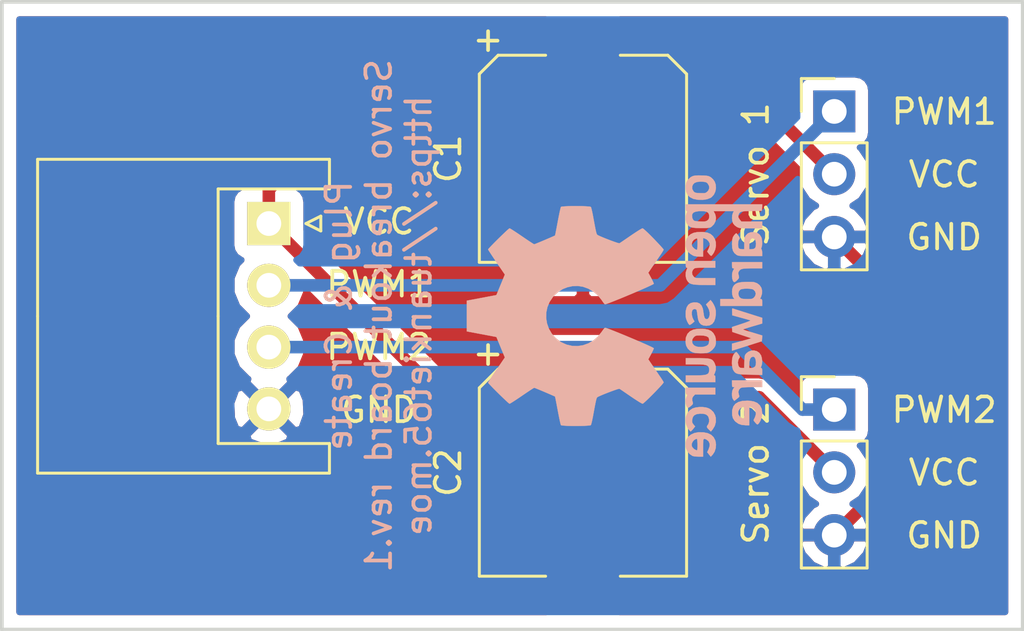
<source format=kicad_pcb>
(kicad_pcb (version 4) (host pcbnew 4.0.7)

  (general
    (links 10)
    (no_connects 0)
    (area 141.125 76.584999 182.955001 103.985)
    (thickness 1.6)
    (drawings 17)
    (tracks 26)
    (zones 0)
    (modules 6)
    (nets 5)
  )

  (page A4)
  (layers
    (0 F.Cu signal)
    (31 B.Cu signal)
    (32 B.Adhes user)
    (33 F.Adhes user)
    (34 B.Paste user)
    (35 F.Paste user)
    (36 B.SilkS user)
    (37 F.SilkS user)
    (38 B.Mask user)
    (39 F.Mask user)
    (40 Dwgs.User user)
    (41 Cmts.User user)
    (42 Eco1.User user)
    (43 Eco2.User user)
    (44 Edge.Cuts user)
    (45 Margin user)
    (46 B.CrtYd user)
    (47 F.CrtYd user)
    (48 B.Fab user)
    (49 F.Fab user hide)
  )

  (setup
    (last_trace_width 0.254)
    (user_trace_width 0.508)
    (trace_clearance 0.2)
    (zone_clearance 0.508)
    (zone_45_only no)
    (trace_min 0.2)
    (segment_width 0.2)
    (edge_width 0.15)
    (via_size 0.6)
    (via_drill 0.4)
    (via_min_size 0.4)
    (via_min_drill 0.3)
    (uvia_size 0.3)
    (uvia_drill 0.1)
    (uvias_allowed no)
    (uvia_min_size 0.2)
    (uvia_min_drill 0.1)
    (pcb_text_width 0.3)
    (pcb_text_size 1.5 1.5)
    (mod_edge_width 0.15)
    (mod_text_size 1 1)
    (mod_text_width 0.15)
    (pad_size 1.524 1.524)
    (pad_drill 0.762)
    (pad_to_mask_clearance 0.2)
    (aux_axis_origin 141.605 102.235)
    (visible_elements 7FFFFFFF)
    (pcbplotparams
      (layerselection 0x010fc_80000001)
      (usegerberextensions true)
      (excludeedgelayer true)
      (linewidth 0.100000)
      (plotframeref false)
      (viasonmask false)
      (mode 1)
      (useauxorigin true)
      (hpglpennumber 1)
      (hpglpenspeed 20)
      (hpglpendiameter 15)
      (hpglpenoverlay 2)
      (psnegative false)
      (psa4output false)
      (plotreference true)
      (plotvalue false)
      (plotinvisibletext false)
      (padsonsilk false)
      (subtractmaskfromsilk true)
      (outputformat 1)
      (mirror false)
      (drillshape 0)
      (scaleselection 1)
      (outputdirectory ../gerber/servo/))
  )

  (net 0 "")
  (net 1 +5V)
  (net 2 GND)
  (net 3 /PWM1)
  (net 4 /PWM2)

  (net_class Default "This is the default net class."
    (clearance 0.2)
    (trace_width 0.254)
    (via_dia 0.6)
    (via_drill 0.4)
    (uvia_dia 0.3)
    (uvia_drill 0.1)
    (add_net +5V)
    (add_net /PWM1)
    (add_net /PWM2)
    (add_net GND)
  )

  (module Connectors_JST:JST_XH_S04B-XH-A_04x2.50mm_Angled (layer F.Cu) (tedit 59DAD057) (tstamp 59DA5C8F)
    (at 152.4 85.805 270)
    (descr "JST XH series connector, S04B-XH-A, side entry type, through hole")
    (tags "connector jst xh tht side horizontal angled 2.50mm")
    (path /59DA793A)
    (fp_text reference J1 (at 3.75 -3.5 270) (layer F.SilkS) hide
      (effects (font (size 1 1) (thickness 0.15)))
    )
    (fp_text value Conn_01x04 (at 3.75 10.3 270) (layer F.Fab)
      (effects (font (size 1 1) (thickness 0.15)))
    )
    (fp_line (start -2.45 -2.3) (end -2.45 9.2) (layer F.Fab) (width 0.1))
    (fp_line (start -2.45 9.2) (end 9.95 9.2) (layer F.Fab) (width 0.1))
    (fp_line (start 9.95 9.2) (end 9.95 -2.3) (layer F.Fab) (width 0.1))
    (fp_line (start 9.95 -2.3) (end -2.45 -2.3) (layer F.Fab) (width 0.1))
    (fp_line (start -2.95 -2.8) (end -2.95 9.7) (layer F.CrtYd) (width 0.05))
    (fp_line (start -2.95 9.7) (end 10.45 9.7) (layer F.CrtYd) (width 0.05))
    (fp_line (start 10.45 9.7) (end 10.45 -2.8) (layer F.CrtYd) (width 0.05))
    (fp_line (start 10.45 -2.8) (end -2.95 -2.8) (layer F.CrtYd) (width 0.05))
    (fp_line (start 3.75 9.35) (end -2.6 9.35) (layer F.SilkS) (width 0.12))
    (fp_line (start -2.6 9.35) (end -2.6 -2.45) (layer F.SilkS) (width 0.12))
    (fp_line (start -2.6 -2.45) (end -1.4 -2.45) (layer F.SilkS) (width 0.12))
    (fp_line (start -1.4 -2.45) (end -1.4 2.05) (layer F.SilkS) (width 0.12))
    (fp_line (start -1.4 2.05) (end 3.75 2.05) (layer F.SilkS) (width 0.12))
    (fp_line (start 3.75 9.35) (end 10.1 9.35) (layer F.SilkS) (width 0.12))
    (fp_line (start 10.1 9.35) (end 10.1 -2.45) (layer F.SilkS) (width 0.12))
    (fp_line (start 10.1 -2.45) (end 8.9 -2.45) (layer F.SilkS) (width 0.12))
    (fp_line (start 8.9 -2.45) (end 8.9 2.05) (layer F.SilkS) (width 0.12))
    (fp_line (start 8.9 2.05) (end 3.75 2.05) (layer F.SilkS) (width 0.12))
    (fp_line (start -0.25 3.45) (end -0.25 8.7) (layer F.Fab) (width 0.1))
    (fp_line (start -0.25 8.7) (end 0.25 8.7) (layer F.Fab) (width 0.1))
    (fp_line (start 0.25 8.7) (end 0.25 3.45) (layer F.Fab) (width 0.1))
    (fp_line (start 0.25 3.45) (end -0.25 3.45) (layer F.Fab) (width 0.1))
    (fp_line (start 2.25 3.45) (end 2.25 8.7) (layer F.Fab) (width 0.1))
    (fp_line (start 2.25 8.7) (end 2.75 8.7) (layer F.Fab) (width 0.1))
    (fp_line (start 2.75 8.7) (end 2.75 3.45) (layer F.Fab) (width 0.1))
    (fp_line (start 2.75 3.45) (end 2.25 3.45) (layer F.Fab) (width 0.1))
    (fp_line (start 4.75 3.45) (end 4.75 8.7) (layer F.Fab) (width 0.1))
    (fp_line (start 4.75 8.7) (end 5.25 8.7) (layer F.Fab) (width 0.1))
    (fp_line (start 5.25 8.7) (end 5.25 3.45) (layer F.Fab) (width 0.1))
    (fp_line (start 5.25 3.45) (end 4.75 3.45) (layer F.Fab) (width 0.1))
    (fp_line (start 7.25 3.45) (end 7.25 8.7) (layer F.Fab) (width 0.1))
    (fp_line (start 7.25 8.7) (end 7.75 8.7) (layer F.Fab) (width 0.1))
    (fp_line (start 7.75 8.7) (end 7.75 3.45) (layer F.Fab) (width 0.1))
    (fp_line (start 7.75 3.45) (end 7.25 3.45) (layer F.Fab) (width 0.1))
    (fp_line (start 0 -1.5) (end -0.3 -2.1) (layer F.SilkS) (width 0.12))
    (fp_line (start -0.3 -2.1) (end 0.3 -2.1) (layer F.SilkS) (width 0.12))
    (fp_line (start 0.3 -2.1) (end 0 -1.5) (layer F.SilkS) (width 0.12))
    (fp_line (start 0 -1.5) (end -0.3 -2.1) (layer F.Fab) (width 0.1))
    (fp_line (start -0.3 -2.1) (end 0.3 -2.1) (layer F.Fab) (width 0.1))
    (fp_line (start 0.3 -2.1) (end 0 -1.5) (layer F.Fab) (width 0.1))
    (fp_text user %R (at 3.75 2.25 270) (layer F.Fab)
      (effects (font (size 1 1) (thickness 0.15)))
    )
    (pad 1 thru_hole rect (at 0 0 270) (size 1.75 1.75) (drill 1) (layers *.Cu *.Mask F.SilkS)
      (net 1 +5V))
    (pad 2 thru_hole circle (at 2.5 0 270) (size 1.75 1.75) (drill 1) (layers *.Cu *.Mask F.SilkS)
      (net 3 /PWM1))
    (pad 3 thru_hole circle (at 5 0 270) (size 1.75 1.75) (drill 1) (layers *.Cu *.Mask F.SilkS)
      (net 4 /PWM2))
    (pad 4 thru_hole circle (at 7.5 0 270) (size 1.75 1.75) (drill 1) (layers *.Cu *.Mask F.SilkS)
      (net 2 GND))
    (model Connectors_JST.3dshapes/JST_XH_S04B-XH-A_04x2.50mm_Angled.wrl
      (at (xyz 0 0 0))
      (scale (xyz 1 1 1))
      (rotate (xyz 0 0 0))
    )
  )

  (module Capacitors_SMD:CP_Elec_8x10.5 (layer F.Cu) (tedit 59E1069F) (tstamp 59DA5C81)
    (at 165.1 83.185 270)
    (descr "SMT capacitor, aluminium electrolytic, 8x10.5")
    (path /59DA79F3)
    (attr smd)
    (fp_text reference C1 (at 0 5.45 270) (layer F.SilkS)
      (effects (font (size 1 1) (thickness 0.15)))
    )
    (fp_text value 470u (at 0 -5.45 270) (layer F.Fab)
      (effects (font (size 1 1) (thickness 0.15)))
    )
    (fp_circle (center 0 0) (end 1.3 3.7) (layer F.Fab) (width 0.1))
    (fp_text user + (at -2.27 -0.08 270) (layer F.Fab)
      (effects (font (size 1 1) (thickness 0.15)))
    )
    (fp_text user + (at -4.78 3.91 270) (layer F.SilkS)
      (effects (font (size 1 1) (thickness 0.15)))
    )
    (fp_text user %R (at 0 5.45 270) (layer F.Fab)
      (effects (font (size 1 1) (thickness 0.15)))
    )
    (fp_line (start 4.04 4.04) (end 4.04 -4.04) (layer F.Fab) (width 0.1))
    (fp_line (start -3.37 4.04) (end 4.04 4.04) (layer F.Fab) (width 0.1))
    (fp_line (start -4.04 3.37) (end -3.37 4.04) (layer F.Fab) (width 0.1))
    (fp_line (start -4.04 -3.37) (end -4.04 3.37) (layer F.Fab) (width 0.1))
    (fp_line (start -3.37 -4.04) (end -4.04 -3.37) (layer F.Fab) (width 0.1))
    (fp_line (start 4.04 -4.04) (end -3.37 -4.04) (layer F.Fab) (width 0.1))
    (fp_line (start -4.19 3.43) (end -4.19 1.51) (layer F.SilkS) (width 0.12))
    (fp_line (start -4.19 -3.43) (end -4.19 -1.51) (layer F.SilkS) (width 0.12))
    (fp_line (start 4.19 4.19) (end 4.19 1.51) (layer F.SilkS) (width 0.12))
    (fp_line (start 4.19 -4.19) (end 4.19 -1.51) (layer F.SilkS) (width 0.12))
    (fp_line (start 4.19 4.19) (end -3.43 4.19) (layer F.SilkS) (width 0.12))
    (fp_line (start -3.43 4.19) (end -4.19 3.43) (layer F.SilkS) (width 0.12))
    (fp_line (start -4.19 -3.43) (end -3.43 -4.19) (layer F.SilkS) (width 0.12))
    (fp_line (start -3.43 -4.19) (end 4.19 -4.19) (layer F.SilkS) (width 0.12))
    (fp_line (start -5.3 -4.29) (end 5.3 -4.29) (layer F.CrtYd) (width 0.05))
    (fp_line (start -5.3 -4.29) (end -5.3 4.29) (layer F.CrtYd) (width 0.05))
    (fp_line (start 5.3 4.29) (end 5.3 -4.29) (layer F.CrtYd) (width 0.05))
    (fp_line (start 5.3 4.29) (end -5.3 4.29) (layer F.CrtYd) (width 0.05))
    (pad 1 smd rect (at -3.05 0 90) (size 4 2.5) (layers F.Cu F.Paste F.Mask)
      (net 1 +5V))
    (pad 2 smd rect (at 3.05 0 90) (size 4 2.5) (layers F.Cu F.Paste F.Mask)
      (net 2 GND))
    (model Capacitors_SMD.3dshapes/CP_Elec_8x10.5.wrl
      (at (xyz 0 0 0))
      (scale (xyz 1 1 1))
      (rotate (xyz 0 0 180))
    )
  )

  (module Capacitors_SMD:CP_Elec_8x10.5 (layer F.Cu) (tedit 59E106A1) (tstamp 59DA5C87)
    (at 165.1 95.885 270)
    (descr "SMT capacitor, aluminium electrolytic, 8x10.5")
    (path /59DA83C8)
    (attr smd)
    (fp_text reference C2 (at 0 5.45 270) (layer F.SilkS)
      (effects (font (size 1 1) (thickness 0.15)))
    )
    (fp_text value 470u (at 0 -5.45 270) (layer F.Fab)
      (effects (font (size 1 1) (thickness 0.15)))
    )
    (fp_circle (center 0 0) (end 1.3 3.7) (layer F.Fab) (width 0.1))
    (fp_text user + (at -2.27 -0.08 270) (layer F.Fab)
      (effects (font (size 1 1) (thickness 0.15)))
    )
    (fp_text user + (at -4.78 3.91 270) (layer F.SilkS)
      (effects (font (size 1 1) (thickness 0.15)))
    )
    (fp_text user %R (at 0 5.45 270) (layer F.Fab)
      (effects (font (size 1 1) (thickness 0.15)))
    )
    (fp_line (start 4.04 4.04) (end 4.04 -4.04) (layer F.Fab) (width 0.1))
    (fp_line (start -3.37 4.04) (end 4.04 4.04) (layer F.Fab) (width 0.1))
    (fp_line (start -4.04 3.37) (end -3.37 4.04) (layer F.Fab) (width 0.1))
    (fp_line (start -4.04 -3.37) (end -4.04 3.37) (layer F.Fab) (width 0.1))
    (fp_line (start -3.37 -4.04) (end -4.04 -3.37) (layer F.Fab) (width 0.1))
    (fp_line (start 4.04 -4.04) (end -3.37 -4.04) (layer F.Fab) (width 0.1))
    (fp_line (start -4.19 3.43) (end -4.19 1.51) (layer F.SilkS) (width 0.12))
    (fp_line (start -4.19 -3.43) (end -4.19 -1.51) (layer F.SilkS) (width 0.12))
    (fp_line (start 4.19 4.19) (end 4.19 1.51) (layer F.SilkS) (width 0.12))
    (fp_line (start 4.19 -4.19) (end 4.19 -1.51) (layer F.SilkS) (width 0.12))
    (fp_line (start 4.19 4.19) (end -3.43 4.19) (layer F.SilkS) (width 0.12))
    (fp_line (start -3.43 4.19) (end -4.19 3.43) (layer F.SilkS) (width 0.12))
    (fp_line (start -4.19 -3.43) (end -3.43 -4.19) (layer F.SilkS) (width 0.12))
    (fp_line (start -3.43 -4.19) (end 4.19 -4.19) (layer F.SilkS) (width 0.12))
    (fp_line (start -5.3 -4.29) (end 5.3 -4.29) (layer F.CrtYd) (width 0.05))
    (fp_line (start -5.3 -4.29) (end -5.3 4.29) (layer F.CrtYd) (width 0.05))
    (fp_line (start 5.3 4.29) (end 5.3 -4.29) (layer F.CrtYd) (width 0.05))
    (fp_line (start 5.3 4.29) (end -5.3 4.29) (layer F.CrtYd) (width 0.05))
    (pad 1 smd rect (at -3.05 0 90) (size 4 2.5) (layers F.Cu F.Paste F.Mask)
      (net 1 +5V))
    (pad 2 smd rect (at 3.05 0 90) (size 4 2.5) (layers F.Cu F.Paste F.Mask)
      (net 2 GND))
    (model Capacitors_SMD.3dshapes/CP_Elec_8x10.5.wrl
      (at (xyz 0 0 0))
      (scale (xyz 1 1 1))
      (rotate (xyz 0 0 180))
    )
  )

  (module Pin_Headers:Pin_Header_Straight_1x03_Pitch2.54mm (layer F.Cu) (tedit 59DAD0D3) (tstamp 59DA5C96)
    (at 175.26 81.268221)
    (descr "Through hole straight pin header, 1x03, 2.54mm pitch, single row")
    (tags "Through hole pin header THT 1x03 2.54mm single row")
    (path /59DA7AC4)
    (fp_text reference M1 (at 0 -2.33) (layer F.SilkS) hide
      (effects (font (size 1 1) (thickness 0.15)))
    )
    (fp_text value Servo1 (at 0 7.41) (layer F.Fab)
      (effects (font (size 1 1) (thickness 0.15)))
    )
    (fp_line (start -0.635 -1.27) (end 1.27 -1.27) (layer F.Fab) (width 0.1))
    (fp_line (start 1.27 -1.27) (end 1.27 6.35) (layer F.Fab) (width 0.1))
    (fp_line (start 1.27 6.35) (end -1.27 6.35) (layer F.Fab) (width 0.1))
    (fp_line (start -1.27 6.35) (end -1.27 -0.635) (layer F.Fab) (width 0.1))
    (fp_line (start -1.27 -0.635) (end -0.635 -1.27) (layer F.Fab) (width 0.1))
    (fp_line (start -1.33 6.41) (end 1.33 6.41) (layer F.SilkS) (width 0.12))
    (fp_line (start -1.33 1.27) (end -1.33 6.41) (layer F.SilkS) (width 0.12))
    (fp_line (start 1.33 1.27) (end 1.33 6.41) (layer F.SilkS) (width 0.12))
    (fp_line (start -1.33 1.27) (end 1.33 1.27) (layer F.SilkS) (width 0.12))
    (fp_line (start -1.33 0) (end -1.33 -1.33) (layer F.SilkS) (width 0.12))
    (fp_line (start -1.33 -1.33) (end 0 -1.33) (layer F.SilkS) (width 0.12))
    (fp_line (start -1.8 -1.8) (end -1.8 6.85) (layer F.CrtYd) (width 0.05))
    (fp_line (start -1.8 6.85) (end 1.8 6.85) (layer F.CrtYd) (width 0.05))
    (fp_line (start 1.8 6.85) (end 1.8 -1.8) (layer F.CrtYd) (width 0.05))
    (fp_line (start 1.8 -1.8) (end -1.8 -1.8) (layer F.CrtYd) (width 0.05))
    (fp_text user %R (at 0 2.54 90) (layer F.Fab)
      (effects (font (size 1 1) (thickness 0.15)))
    )
    (pad 1 thru_hole rect (at 0 0) (size 1.7 1.7) (drill 1) (layers *.Cu *.Mask)
      (net 3 /PWM1))
    (pad 2 thru_hole oval (at 0 2.54) (size 1.7 1.7) (drill 1) (layers *.Cu *.Mask)
      (net 1 +5V))
    (pad 3 thru_hole oval (at 0 5.08) (size 1.7 1.7) (drill 1) (layers *.Cu *.Mask)
      (net 2 GND))
    (model ${KISYS3DMOD}/Pin_Headers.3dshapes/Pin_Header_Straight_1x03_Pitch2.54mm.wrl
      (at (xyz 0 0 0))
      (scale (xyz 1 1 1))
      (rotate (xyz 0 0 0))
    )
  )

  (module Pin_Headers:Pin_Header_Straight_1x03_Pitch2.54mm (layer F.Cu) (tedit 59DAD0D8) (tstamp 59DA5C9D)
    (at 175.26 93.333221)
    (descr "Through hole straight pin header, 1x03, 2.54mm pitch, single row")
    (tags "Through hole pin header THT 1x03 2.54mm single row")
    (path /59DA8249)
    (fp_text reference M2 (at 0 -2.33) (layer F.SilkS) hide
      (effects (font (size 1 1) (thickness 0.15)))
    )
    (fp_text value Servo2 (at 0 7.41) (layer F.Fab)
      (effects (font (size 1 1) (thickness 0.15)))
    )
    (fp_line (start -0.635 -1.27) (end 1.27 -1.27) (layer F.Fab) (width 0.1))
    (fp_line (start 1.27 -1.27) (end 1.27 6.35) (layer F.Fab) (width 0.1))
    (fp_line (start 1.27 6.35) (end -1.27 6.35) (layer F.Fab) (width 0.1))
    (fp_line (start -1.27 6.35) (end -1.27 -0.635) (layer F.Fab) (width 0.1))
    (fp_line (start -1.27 -0.635) (end -0.635 -1.27) (layer F.Fab) (width 0.1))
    (fp_line (start -1.33 6.41) (end 1.33 6.41) (layer F.SilkS) (width 0.12))
    (fp_line (start -1.33 1.27) (end -1.33 6.41) (layer F.SilkS) (width 0.12))
    (fp_line (start 1.33 1.27) (end 1.33 6.41) (layer F.SilkS) (width 0.12))
    (fp_line (start -1.33 1.27) (end 1.33 1.27) (layer F.SilkS) (width 0.12))
    (fp_line (start -1.33 0) (end -1.33 -1.33) (layer F.SilkS) (width 0.12))
    (fp_line (start -1.33 -1.33) (end 0 -1.33) (layer F.SilkS) (width 0.12))
    (fp_line (start -1.8 -1.8) (end -1.8 6.85) (layer F.CrtYd) (width 0.05))
    (fp_line (start -1.8 6.85) (end 1.8 6.85) (layer F.CrtYd) (width 0.05))
    (fp_line (start 1.8 6.85) (end 1.8 -1.8) (layer F.CrtYd) (width 0.05))
    (fp_line (start 1.8 -1.8) (end -1.8 -1.8) (layer F.CrtYd) (width 0.05))
    (fp_text user %R (at 0 2.54 90) (layer F.Fab)
      (effects (font (size 1 1) (thickness 0.15)))
    )
    (pad 1 thru_hole rect (at 0 0) (size 1.7 1.7) (drill 1) (layers *.Cu *.Mask)
      (net 4 /PWM2))
    (pad 2 thru_hole oval (at 0 2.54) (size 1.7 1.7) (drill 1) (layers *.Cu *.Mask)
      (net 1 +5V))
    (pad 3 thru_hole oval (at 0 5.08) (size 1.7 1.7) (drill 1) (layers *.Cu *.Mask)
      (net 2 GND))
    (model ${KISYS3DMOD}/Pin_Headers.3dshapes/Pin_Header_Straight_1x03_Pitch2.54mm.wrl
      (at (xyz 0 0 0))
      (scale (xyz 1 1 1))
      (rotate (xyz 0 0 0))
    )
  )

  (module Symbols:OSHW-Logo_11.4x12mm_SilkScreen locked (layer B.Cu) (tedit 0) (tstamp 59DB3358)
    (at 166.37 89.535 270)
    (descr "Open Source Hardware Logo")
    (tags "Logo OSHW")
    (attr virtual)
    (fp_text reference REF*** (at 0 0 270) (layer B.SilkS) hide
      (effects (font (size 1 1) (thickness 0.15)) (justify mirror))
    )
    (fp_text value OSHW-Logo_11.4x12mm_SilkScreen (at 0.75 0 270) (layer B.Fab) hide
      (effects (font (size 1 1) (thickness 0.15)) (justify mirror))
    )
    (fp_poly (pts (xy -3.780091 -2.90956) (xy -3.727588 -2.935499) (xy -3.662842 -2.9807) (xy -3.615653 -3.029991)
      (xy -3.583335 -3.091885) (xy -3.563203 -3.174896) (xy -3.55257 -3.287538) (xy -3.548753 -3.438324)
      (xy -3.54853 -3.503149) (xy -3.549182 -3.645221) (xy -3.551888 -3.746757) (xy -3.557776 -3.817015)
      (xy -3.567973 -3.865256) (xy -3.583606 -3.900738) (xy -3.599872 -3.924943) (xy -3.703705 -4.027929)
      (xy -3.825979 -4.089874) (xy -3.957886 -4.108506) (xy -4.090616 -4.081549) (xy -4.132667 -4.062486)
      (xy -4.233334 -4.010015) (xy -4.233334 -4.832259) (xy -4.159865 -4.794267) (xy -4.063059 -4.764872)
      (xy -3.944072 -4.757342) (xy -3.825255 -4.771245) (xy -3.735527 -4.802476) (xy -3.661101 -4.861954)
      (xy -3.59751 -4.947066) (xy -3.592729 -4.955805) (xy -3.572563 -4.996966) (xy -3.557835 -5.038454)
      (xy -3.547697 -5.088713) (xy -3.541301 -5.156184) (xy -3.537799 -5.249309) (xy -3.536342 -5.376531)
      (xy -3.536079 -5.519701) (xy -3.536079 -5.976471) (xy -3.81 -5.976471) (xy -3.81 -5.134231)
      (xy -3.886617 -5.069763) (xy -3.966207 -5.018194) (xy -4.041578 -5.008818) (xy -4.117367 -5.032947)
      (xy -4.157759 -5.056574) (xy -4.187821 -5.090227) (xy -4.209203 -5.141087) (xy -4.22355 -5.216334)
      (xy -4.23251 -5.323146) (xy -4.23773 -5.468704) (xy -4.239569 -5.565588) (xy -4.245785 -5.96402)
      (xy -4.37652 -5.971547) (xy -4.507255 -5.979073) (xy -4.507255 -3.506582) (xy -4.233334 -3.506582)
      (xy -4.22635 -3.644423) (xy -4.202818 -3.740107) (xy -4.158865 -3.799641) (xy -4.090618 -3.829029)
      (xy -4.021667 -3.834902) (xy -3.943614 -3.828154) (xy -3.891811 -3.801594) (xy -3.859417 -3.766499)
      (xy -3.833916 -3.728752) (xy -3.818735 -3.6867) (xy -3.811981 -3.627779) (xy -3.811759 -3.539428)
      (xy -3.814032 -3.465448) (xy -3.819251 -3.354) (xy -3.827021 -3.280833) (xy -3.840105 -3.234422)
      (xy -3.861268 -3.203244) (xy -3.88124 -3.185223) (xy -3.964686 -3.145925) (xy -4.063449 -3.139579)
      (xy -4.120159 -3.153116) (xy -4.176308 -3.201233) (xy -4.213501 -3.294833) (xy -4.231528 -3.433254)
      (xy -4.233334 -3.506582) (xy -4.507255 -3.506582) (xy -4.507255 -2.888628) (xy -4.370295 -2.888628)
      (xy -4.288065 -2.891879) (xy -4.24564 -2.903426) (xy -4.233339 -2.925952) (xy -4.233334 -2.92662)
      (xy -4.227626 -2.948681) (xy -4.202453 -2.946176) (xy -4.152402 -2.921935) (xy -4.035781 -2.884851)
      (xy -3.904571 -2.880953) (xy -3.780091 -2.90956)) (layer B.SilkS) (width 0.01))
    (fp_poly (pts (xy -2.74128 -4.765922) (xy -2.62413 -4.79718) (xy -2.534949 -4.853837) (xy -2.472016 -4.928045)
      (xy -2.452452 -4.959716) (xy -2.438008 -4.992891) (xy -2.427911 -5.035329) (xy -2.421385 -5.094788)
      (xy -2.417658 -5.179029) (xy -2.415954 -5.29581) (xy -2.4155 -5.45289) (xy -2.415491 -5.494565)
      (xy -2.415491 -5.976471) (xy -2.53502 -5.976471) (xy -2.611261 -5.971131) (xy -2.667634 -5.957604)
      (xy -2.681758 -5.949262) (xy -2.72037 -5.934864) (xy -2.759808 -5.949262) (xy -2.824738 -5.967237)
      (xy -2.919055 -5.974472) (xy -3.023593 -5.971333) (xy -3.119189 -5.958186) (xy -3.175 -5.941318)
      (xy -3.283002 -5.871986) (xy -3.350497 -5.775772) (xy -3.380841 -5.647844) (xy -3.381123 -5.644559)
      (xy -3.37846 -5.587808) (xy -3.137647 -5.587808) (xy -3.116595 -5.652358) (xy -3.082303 -5.688686)
      (xy -3.013468 -5.716162) (xy -2.92261 -5.727129) (xy -2.829958 -5.721731) (xy -2.755744 -5.70011)
      (xy -2.734951 -5.686239) (xy -2.698619 -5.622143) (xy -2.689412 -5.549278) (xy -2.689412 -5.45353)
      (xy -2.827173 -5.45353) (xy -2.958047 -5.463605) (xy -3.057259 -5.492148) (xy -3.118977 -5.536639)
      (xy -3.137647 -5.587808) (xy -3.37846 -5.587808) (xy -3.374564 -5.50479) (xy -3.328466 -5.394282)
      (xy -3.2418 -5.310712) (xy -3.229821 -5.30311) (xy -3.178345 -5.278357) (xy -3.114632 -5.263368)
      (xy -3.025565 -5.256082) (xy -2.919755 -5.254407) (xy -2.689412 -5.254314) (xy -2.689412 -5.157755)
      (xy -2.699183 -5.082836) (xy -2.724116 -5.032644) (xy -2.727035 -5.029972) (xy -2.782519 -5.008015)
      (xy -2.866273 -4.999505) (xy -2.958833 -5.003687) (xy -3.04073 -5.019809) (xy -3.089327 -5.04399)
      (xy -3.115659 -5.063359) (xy -3.143465 -5.067057) (xy -3.181839 -5.051188) (xy -3.239875 -5.011855)
      (xy -3.326669 -4.945164) (xy -3.334635 -4.938916) (xy -3.330553 -4.9158) (xy -3.296499 -4.877352)
      (xy -3.24474 -4.834627) (xy -3.187545 -4.798679) (xy -3.169575 -4.790191) (xy -3.104028 -4.773252)
      (xy -3.00798 -4.76117) (xy -2.900671 -4.756323) (xy -2.895653 -4.756313) (xy -2.74128 -4.765922)) (layer B.SilkS) (width 0.01))
    (fp_poly (pts (xy -1.967236 -4.758921) (xy -1.92997 -4.770091) (xy -1.917957 -4.794633) (xy -1.917451 -4.805712)
      (xy -1.915296 -4.836572) (xy -1.900449 -4.841417) (xy -1.860343 -4.82026) (xy -1.83652 -4.805806)
      (xy -1.761362 -4.77485) (xy -1.671594 -4.759544) (xy -1.577471 -4.758367) (xy -1.489246 -4.769799)
      (xy -1.417174 -4.79232) (xy -1.371508 -4.824409) (xy -1.362502 -4.864545) (xy -1.367047 -4.875415)
      (xy -1.400179 -4.920534) (xy -1.451555 -4.976026) (xy -1.460848 -4.984996) (xy -1.509818 -5.026245)
      (xy -1.552069 -5.039572) (xy -1.611159 -5.030271) (xy -1.634831 -5.02409) (xy -1.708496 -5.009246)
      (xy -1.76029 -5.015921) (xy -1.804031 -5.039465) (xy -1.844098 -5.071061) (xy -1.873608 -5.110798)
      (xy -1.894116 -5.166252) (xy -1.907176 -5.245003) (xy -1.914344 -5.354629) (xy -1.917176 -5.502706)
      (xy -1.917451 -5.592111) (xy -1.917451 -5.976471) (xy -2.166471 -5.976471) (xy -2.166471 -4.756275)
      (xy -2.041961 -4.756275) (xy -1.967236 -4.758921)) (layer B.SilkS) (width 0.01))
    (fp_poly (pts (xy -0.398432 -5.976471) (xy -0.535393 -5.976471) (xy -0.614889 -5.97414) (xy -0.656292 -5.964488)
      (xy -0.671199 -5.943525) (xy -0.672353 -5.929351) (xy -0.674867 -5.900927) (xy -0.69072 -5.895475)
      (xy -0.732379 -5.912998) (xy -0.764776 -5.929351) (xy -0.889151 -5.968103) (xy -1.024354 -5.970346)
      (xy -1.134274 -5.941444) (xy -1.236634 -5.871619) (xy -1.31466 -5.768555) (xy -1.357386 -5.646989)
      (xy -1.358474 -5.640192) (xy -1.364822 -5.566032) (xy -1.367979 -5.45957) (xy -1.367725 -5.379052)
      (xy -1.095711 -5.379052) (xy -1.08941 -5.48607) (xy -1.075075 -5.574278) (xy -1.055669 -5.62409)
      (xy -0.982254 -5.692162) (xy -0.895086 -5.716564) (xy -0.805196 -5.696831) (xy -0.728383 -5.637968)
      (xy -0.699292 -5.598379) (xy -0.682283 -5.551138) (xy -0.674316 -5.482181) (xy -0.672353 -5.378607)
      (xy -0.675866 -5.276039) (xy -0.685143 -5.185921) (xy -0.698294 -5.125613) (xy -0.700486 -5.120208)
      (xy -0.753522 -5.05594) (xy -0.830933 -5.020656) (xy -0.917546 -5.014959) (xy -0.998193 -5.039453)
      (xy -1.057703 -5.094742) (xy -1.063876 -5.105743) (xy -1.083199 -5.172827) (xy -1.093726 -5.269284)
      (xy -1.095711 -5.379052) (xy -1.367725 -5.379052) (xy -1.367596 -5.338225) (xy -1.365806 -5.272918)
      (xy -1.353627 -5.111355) (xy -1.328315 -4.990053) (xy -1.286207 -4.900379) (xy -1.223641 -4.833699)
      (xy -1.1629 -4.794557) (xy -1.078036 -4.76704) (xy -0.972485 -4.757603) (xy -0.864402 -4.76529)
      (xy -0.771942 -4.789146) (xy -0.72309 -4.817685) (xy -0.672353 -4.863601) (xy -0.672353 -4.283137)
      (xy -0.398432 -4.283137) (xy -0.398432 -5.976471)) (layer B.SilkS) (width 0.01))
    (fp_poly (pts (xy 0.557528 -4.761332) (xy 0.656014 -4.768726) (xy 0.784776 -5.154706) (xy 0.913537 -5.540686)
      (xy 0.953911 -5.403726) (xy 0.978207 -5.319083) (xy 1.010167 -5.204697) (xy 1.044679 -5.078963)
      (xy 1.062928 -5.01152) (xy 1.131571 -4.756275) (xy 1.414773 -4.756275) (xy 1.330122 -5.023971)
      (xy 1.288435 -5.155638) (xy 1.238074 -5.314458) (xy 1.185481 -5.480128) (xy 1.13853 -5.627843)
      (xy 1.031589 -5.96402) (xy 0.800661 -5.979044) (xy 0.73805 -5.772316) (xy 0.699438 -5.643896)
      (xy 0.6573 -5.502322) (xy 0.620472 -5.377285) (xy 0.619018 -5.372309) (xy 0.591511 -5.287586)
      (xy 0.567242 -5.229778) (xy 0.550243 -5.207918) (xy 0.54675 -5.210446) (xy 0.53449 -5.244336)
      (xy 0.511195 -5.31693) (xy 0.4797 -5.419101) (xy 0.442842 -5.54172) (xy 0.422899 -5.609167)
      (xy 0.314895 -5.976471) (xy 0.085679 -5.976471) (xy -0.097561 -5.3975) (xy -0.149037 -5.235091)
      (xy -0.19593 -5.087602) (xy -0.236023 -4.96196) (xy -0.267103 -4.865095) (xy -0.286955 -4.803934)
      (xy -0.292989 -4.786065) (xy -0.288212 -4.767768) (xy -0.250703 -4.759755) (xy -0.172645 -4.760557)
      (xy -0.160426 -4.761163) (xy -0.015674 -4.768726) (xy 0.07913 -5.117353) (xy 0.113977 -5.244497)
      (xy 0.145117 -5.356265) (xy 0.169809 -5.442953) (xy 0.185312 -5.494856) (xy 0.188176 -5.503318)
      (xy 0.200046 -5.493587) (xy 0.223983 -5.443172) (xy 0.257239 -5.358935) (xy 0.297064 -5.247741)
      (xy 0.33073 -5.147297) (xy 0.459041 -4.753939) (xy 0.557528 -4.761332)) (layer B.SilkS) (width 0.01))
    (fp_poly (pts (xy 2.056459 -4.763669) (xy 2.16142 -4.789163) (xy 2.191761 -4.802669) (xy 2.250573 -4.838046)
      (xy 2.295709 -4.87789) (xy 2.329106 -4.92912) (xy 2.352701 -4.998654) (xy 2.368433 -5.093409)
      (xy 2.378239 -5.220305) (xy 2.384057 -5.386258) (xy 2.386266 -5.497108) (xy 2.394396 -5.976471)
      (xy 2.255531 -5.976471) (xy 2.171287 -5.972938) (xy 2.127884 -5.960866) (xy 2.116666 -5.940594)
      (xy 2.110744 -5.918674) (xy 2.084266 -5.922865) (xy 2.048186 -5.940441) (xy 1.957862 -5.967382)
      (xy 1.841777 -5.974642) (xy 1.71968 -5.962767) (xy 1.611321 -5.932305) (xy 1.601602 -5.928077)
      (xy 1.502568 -5.858505) (xy 1.437281 -5.761789) (xy 1.40724 -5.648738) (xy 1.409535 -5.608122)
      (xy 1.654633 -5.608122) (xy 1.676229 -5.662782) (xy 1.740259 -5.701952) (xy 1.843565 -5.722974)
      (xy 1.898774 -5.725766) (xy 1.990782 -5.71862) (xy 2.051941 -5.690848) (xy 2.066862 -5.677647)
      (xy 2.107287 -5.605829) (xy 2.116666 -5.540686) (xy 2.116666 -5.45353) (xy 1.995269 -5.45353)
      (xy 1.854153 -5.460722) (xy 1.755173 -5.483345) (xy 1.692633 -5.522964) (xy 1.678631 -5.540628)
      (xy 1.654633 -5.608122) (xy 1.409535 -5.608122) (xy 1.413941 -5.530157) (xy 1.45888 -5.416855)
      (xy 1.520196 -5.340285) (xy 1.557332 -5.307181) (xy 1.593687 -5.285425) (xy 1.64099 -5.272161)
      (xy 1.710973 -5.264528) (xy 1.815364 -5.25967) (xy 1.85677 -5.258273) (xy 2.116666 -5.24978)
      (xy 2.116285 -5.171116) (xy 2.106219 -5.088428) (xy 2.069829 -5.038431) (xy 1.996311 -5.006489)
      (xy 1.994339 -5.00592) (xy 1.890105 -4.993361) (xy 1.788108 -5.009766) (xy 1.712305 -5.049657)
      (xy 1.68189 -5.069354) (xy 1.649132 -5.066629) (xy 1.598721 -5.038091) (xy 1.569119 -5.01795)
      (xy 1.511218 -4.974919) (xy 1.475352 -4.942662) (xy 1.469597 -4.933427) (xy 1.493295 -4.885636)
      (xy 1.563313 -4.828562) (xy 1.593725 -4.809305) (xy 1.681155 -4.77614) (xy 1.798983 -4.75735)
      (xy 1.929866 -4.753129) (xy 2.056459 -4.763669)) (layer B.SilkS) (width 0.01))
    (fp_poly (pts (xy 3.238446 -4.755883) (xy 3.334177 -4.774755) (xy 3.388677 -4.802699) (xy 3.446008 -4.849123)
      (xy 3.364441 -4.952111) (xy 3.31415 -5.014479) (xy 3.280001 -5.044907) (xy 3.246063 -5.049555)
      (xy 3.196406 -5.034586) (xy 3.173096 -5.026117) (xy 3.078063 -5.013622) (xy 2.991032 -5.040406)
      (xy 2.927138 -5.100915) (xy 2.916759 -5.120208) (xy 2.905456 -5.171314) (xy 2.896732 -5.2655)
      (xy 2.890997 -5.396089) (xy 2.88866 -5.556405) (xy 2.888627 -5.579211) (xy 2.888627 -5.976471)
      (xy 2.614705 -5.976471) (xy 2.614705 -4.756275) (xy 2.751666 -4.756275) (xy 2.830638 -4.758337)
      (xy 2.871779 -4.767513) (xy 2.886992 -4.78829) (xy 2.888627 -4.807886) (xy 2.888627 -4.859497)
      (xy 2.95424 -4.807886) (xy 3.029475 -4.772675) (xy 3.130544 -4.755265) (xy 3.238446 -4.755883)) (layer B.SilkS) (width 0.01))
    (fp_poly (pts (xy 4.025307 -4.762784) (xy 4.144337 -4.793731) (xy 4.244021 -4.8576) (xy 4.292288 -4.905313)
      (xy 4.371408 -5.018106) (xy 4.416752 -5.14895) (xy 4.43233 -5.309792) (xy 4.43241 -5.322794)
      (xy 4.432549 -5.45353) (xy 3.680091 -5.45353) (xy 3.69613 -5.52201) (xy 3.725091 -5.584031)
      (xy 3.775778 -5.648654) (xy 3.786379 -5.658971) (xy 3.877494 -5.714805) (xy 3.9814 -5.724275)
      (xy 4.101 -5.68754) (xy 4.121274 -5.677647) (xy 4.183456 -5.647574) (xy 4.225106 -5.63044)
      (xy 4.232373 -5.628855) (xy 4.25774 -5.644242) (xy 4.30612 -5.681887) (xy 4.330679 -5.702459)
      (xy 4.38157 -5.749714) (xy 4.398281 -5.780917) (xy 4.386683 -5.80962) (xy 4.380483 -5.817468)
      (xy 4.338493 -5.851819) (xy 4.269206 -5.893565) (xy 4.220882 -5.917935) (xy 4.083711 -5.960873)
      (xy 3.931847 -5.974786) (xy 3.788024 -5.9583) (xy 3.747745 -5.946496) (xy 3.623078 -5.879689)
      (xy 3.530671 -5.776892) (xy 3.46999 -5.637105) (xy 3.440498 -5.45933) (xy 3.43726 -5.366373)
      (xy 3.446714 -5.231033) (xy 3.68549 -5.231033) (xy 3.708584 -5.241038) (xy 3.770662 -5.248888)
      (xy 3.860914 -5.253521) (xy 3.922058 -5.254314) (xy 4.03204 -5.253549) (xy 4.101457 -5.24997)
      (xy 4.139538 -5.241649) (xy 4.155515 -5.226657) (xy 4.158627 -5.204903) (xy 4.137278 -5.137892)
      (xy 4.083529 -5.071664) (xy 4.012822 -5.020832) (xy 3.942089 -5.000038) (xy 3.846016 -5.018484)
      (xy 3.762849 -5.071811) (xy 3.705186 -5.148677) (xy 3.68549 -5.231033) (xy 3.446714 -5.231033)
      (xy 3.451028 -5.169291) (xy 3.49352 -5.012271) (xy 3.565635 -4.894069) (xy 3.668273 -4.81344)
      (xy 3.802332 -4.769139) (xy 3.874957 -4.760607) (xy 4.025307 -4.762784)) (layer B.SilkS) (width 0.01))
    (fp_poly (pts (xy -5.026753 -2.901568) (xy -4.896478 -2.959163) (xy -4.797581 -3.055334) (xy -4.729918 -3.190229)
      (xy -4.693345 -3.363996) (xy -4.690724 -3.391126) (xy -4.68867 -3.582408) (xy -4.715301 -3.750073)
      (xy -4.768999 -3.885967) (xy -4.797753 -3.929681) (xy -4.897909 -4.022198) (xy -5.025463 -4.082119)
      (xy -5.168163 -4.106985) (xy -5.31376 -4.094339) (xy -5.424438 -4.055391) (xy -5.519616 -3.989755)
      (xy -5.597406 -3.903699) (xy -5.598751 -3.901685) (xy -5.630343 -3.84857) (xy -5.650873 -3.79516)
      (xy -5.663305 -3.727754) (xy -5.670603 -3.632653) (xy -5.673818 -3.554666) (xy -5.675156 -3.483944)
      (xy -5.426186 -3.483944) (xy -5.423753 -3.554348) (xy -5.41492 -3.648068) (xy -5.399336 -3.708214)
      (xy -5.371234 -3.751006) (xy -5.344914 -3.776002) (xy -5.251608 -3.828338) (xy -5.15398 -3.835333)
      (xy -5.063058 -3.797676) (xy -5.017598 -3.755479) (xy -4.984838 -3.712956) (xy -4.965677 -3.672267)
      (xy -4.957267 -3.619314) (xy -4.956763 -3.539997) (xy -4.959355 -3.46695) (xy -4.964929 -3.362601)
      (xy -4.973766 -3.29492) (xy -4.989693 -3.250774) (xy -5.016538 -3.217031) (xy -5.037811 -3.197746)
      (xy -5.126794 -3.147086) (xy -5.222789 -3.14456) (xy -5.303281 -3.174567) (xy -5.371947 -3.237231)
      (xy -5.412856 -3.340168) (xy -5.426186 -3.483944) (xy -5.675156 -3.483944) (xy -5.676754 -3.399582)
      (xy -5.67174 -3.2836) (xy -5.656717 -3.196367) (xy -5.629624 -3.12753) (xy -5.5884 -3.066737)
      (xy -5.573115 -3.048686) (xy -5.477546 -2.958746) (xy -5.375039 -2.906211) (xy -5.249679 -2.884201)
      (xy -5.18855 -2.882402) (xy -5.026753 -2.901568)) (layer B.SilkS) (width 0.01))
    (fp_poly (pts (xy -2.686796 -2.916354) (xy -2.661981 -2.928037) (xy -2.576094 -2.990951) (xy -2.494879 -3.082769)
      (xy -2.434236 -3.183868) (xy -2.416988 -3.230349) (xy -2.401251 -3.313376) (xy -2.391867 -3.413713)
      (xy -2.390728 -3.455147) (xy -2.390589 -3.585882) (xy -3.143047 -3.585882) (xy -3.127007 -3.654363)
      (xy -3.087637 -3.735355) (xy -3.018806 -3.805351) (xy -2.936919 -3.850441) (xy -2.884737 -3.859804)
      (xy -2.813971 -3.848441) (xy -2.72954 -3.819943) (xy -2.700858 -3.806831) (xy -2.594791 -3.753858)
      (xy -2.504272 -3.822901) (xy -2.452039 -3.869597) (xy -2.424247 -3.90814) (xy -2.42284 -3.919452)
      (xy -2.447668 -3.946868) (xy -2.502083 -3.988532) (xy -2.551472 -4.021037) (xy -2.684748 -4.079468)
      (xy -2.834161 -4.105915) (xy -2.982249 -4.099039) (xy -3.100295 -4.063096) (xy -3.221982 -3.986101)
      (xy -3.30846 -3.884728) (xy -3.362559 -3.75357) (xy -3.387109 -3.587224) (xy -3.389286 -3.511108)
      (xy -3.380573 -3.336685) (xy -3.379503 -3.331611) (xy -3.130173 -3.331611) (xy -3.123306 -3.347968)
      (xy -3.095083 -3.356988) (xy -3.036873 -3.360854) (xy -2.940042 -3.361749) (xy -2.902757 -3.361765)
      (xy -2.789317 -3.360413) (xy -2.717378 -3.355505) (xy -2.678687 -3.34576) (xy -2.664995 -3.329899)
      (xy -2.66451 -3.324805) (xy -2.680137 -3.284326) (xy -2.719247 -3.227621) (xy -2.736061 -3.207766)
      (xy -2.798481 -3.151611) (xy -2.863547 -3.129532) (xy -2.898603 -3.127686) (xy -2.993442 -3.150766)
      (xy -3.072973 -3.212759) (xy -3.123423 -3.302802) (xy -3.124317 -3.305735) (xy -3.130173 -3.331611)
      (xy -3.379503 -3.331611) (xy -3.351601 -3.199343) (xy -3.29941 -3.089461) (xy -3.235579 -3.011461)
      (xy -3.117567 -2.926882) (xy -2.978842 -2.881686) (xy -2.83129 -2.8776) (xy -2.686796 -2.916354)) (layer B.SilkS) (width 0.01))
    (fp_poly (pts (xy 0.027759 -2.884345) (xy 0.122059 -2.902229) (xy 0.21989 -2.939633) (xy 0.230343 -2.944402)
      (xy 0.304531 -2.983412) (xy 0.35591 -3.019664) (xy 0.372517 -3.042887) (xy 0.356702 -3.080761)
      (xy 0.318288 -3.136644) (xy 0.301237 -3.157505) (xy 0.230969 -3.239618) (xy 0.140379 -3.186168)
      (xy 0.054164 -3.150561) (xy -0.045451 -3.131529) (xy -0.140981 -3.130326) (xy -0.214939 -3.14821)
      (xy -0.232688 -3.159373) (xy -0.266488 -3.210553) (xy -0.270596 -3.269509) (xy -0.245304 -3.315567)
      (xy -0.230344 -3.324499) (xy -0.185514 -3.335592) (xy -0.106714 -3.34863) (xy -0.009574 -3.361088)
      (xy 0.008346 -3.363042) (xy 0.164365 -3.39003) (xy 0.277523 -3.435873) (xy 0.352569 -3.504803)
      (xy 0.394253 -3.601054) (xy 0.407238 -3.718617) (xy 0.389299 -3.852254) (xy 0.33105 -3.957195)
      (xy 0.232255 -4.03363) (xy 0.092682 -4.081748) (xy -0.062255 -4.100732) (xy -0.188602 -4.100504)
      (xy -0.291087 -4.083262) (xy -0.361079 -4.059457) (xy -0.449517 -4.017978) (xy -0.531246 -3.969842)
      (xy -0.560295 -3.948655) (xy -0.635 -3.887676) (xy -0.544902 -3.796508) (xy -0.454804 -3.705339)
      (xy -0.352368 -3.773128) (xy -0.249626 -3.824042) (xy -0.139913 -3.850673) (xy -0.034449 -3.853483)
      (xy 0.055546 -3.832935) (xy 0.118854 -3.789493) (xy 0.139296 -3.752838) (xy 0.136229 -3.694053)
      (xy 0.085434 -3.649099) (xy -0.012952 -3.618057) (xy -0.120744 -3.60371) (xy -0.286635 -3.576337)
      (xy -0.409876 -3.524693) (xy -0.492114 -3.447266) (xy -0.534999 -3.342544) (xy -0.54094 -3.218387)
      (xy -0.511594 -3.088702) (xy -0.444691 -2.990677) (xy -0.339629 -2.923866) (xy -0.19581 -2.88782)
      (xy -0.089262 -2.880754) (xy 0.027759 -2.884345)) (layer B.SilkS) (width 0.01))
    (fp_poly (pts (xy 1.209547 -2.903364) (xy 1.335502 -2.971959) (xy 1.434047 -3.080245) (xy 1.480478 -3.168315)
      (xy 1.500412 -3.246101) (xy 1.513328 -3.356993) (xy 1.518863 -3.484738) (xy 1.516654 -3.613084)
      (xy 1.506337 -3.725779) (xy 1.494286 -3.785969) (xy 1.453634 -3.868311) (xy 1.38323 -3.95577)
      (xy 1.298382 -4.032251) (xy 1.214397 -4.081655) (xy 1.212349 -4.082439) (xy 1.108134 -4.104027)
      (xy 0.984627 -4.104562) (xy 0.867261 -4.084908) (xy 0.821942 -4.069155) (xy 0.70522 -4.002966)
      (xy 0.621624 -3.916246) (xy 0.566701 -3.801438) (xy 0.535995 -3.650982) (xy 0.529047 -3.572173)
      (xy 0.529933 -3.473145) (xy 0.796862 -3.473145) (xy 0.805854 -3.617645) (xy 0.831736 -3.72776)
      (xy 0.872868 -3.798116) (xy 0.902172 -3.818235) (xy 0.977251 -3.832265) (xy 1.066494 -3.828111)
      (xy 1.14365 -3.807922) (xy 1.163883 -3.796815) (xy 1.217265 -3.732123) (xy 1.2525 -3.633119)
      (xy 1.267498 -3.512632) (xy 1.260172 -3.383494) (xy 1.243799 -3.305775) (xy 1.19679 -3.215771)
      (xy 1.122582 -3.159509) (xy 1.033209 -3.140057) (xy 0.940707 -3.160481) (xy 0.869653 -3.210437)
      (xy 0.832312 -3.251655) (xy 0.810518 -3.292281) (xy 0.80013 -3.347264) (xy 0.797006 -3.431549)
      (xy 0.796862 -3.473145) (xy 0.529933 -3.473145) (xy 0.53093 -3.361874) (xy 0.56518 -3.189423)
      (xy 0.631802 -3.054814) (xy 0.730799 -2.95804) (xy 0.862175 -2.899094) (xy 0.890385 -2.892259)
      (xy 1.059926 -2.876213) (xy 1.209547 -2.903364)) (layer B.SilkS) (width 0.01))
    (fp_poly (pts (xy 1.967254 -3.276245) (xy 1.969608 -3.458879) (xy 1.978207 -3.5976) (xy 1.99536 -3.698147)
      (xy 2.023374 -3.766254) (xy 2.064557 -3.807659) (xy 2.121217 -3.828097) (xy 2.191372 -3.833318)
      (xy 2.264848 -3.827468) (xy 2.320657 -3.806093) (xy 2.361109 -3.763458) (xy 2.388509 -3.693825)
      (xy 2.405167 -3.59146) (xy 2.413389 -3.450624) (xy 2.41549 -3.276245) (xy 2.41549 -2.888628)
      (xy 2.689411 -2.888628) (xy 2.689411 -4.083922) (xy 2.552451 -4.083922) (xy 2.469884 -4.080576)
      (xy 2.427368 -4.068826) (xy 2.41549 -4.04652) (xy 2.408336 -4.026654) (xy 2.379865 -4.030857)
      (xy 2.322476 -4.058971) (xy 2.190945 -4.102342) (xy 2.051438 -4.09927) (xy 1.917765 -4.052174)
      (xy 1.854108 -4.014971) (xy 1.805553 -3.974691) (xy 1.770081 -3.924291) (xy 1.745674 -3.856729)
      (xy 1.730313 -3.764965) (xy 1.721982 -3.641955) (xy 1.718662 -3.480659) (xy 1.718235 -3.355928)
      (xy 1.718235 -2.888628) (xy 1.967254 -2.888628) (xy 1.967254 -3.276245)) (layer B.SilkS) (width 0.01))
    (fp_poly (pts (xy 4.390976 -2.899056) (xy 4.535256 -2.960348) (xy 4.580699 -2.990185) (xy 4.638779 -3.036036)
      (xy 4.675238 -3.072089) (xy 4.681568 -3.083832) (xy 4.663693 -3.109889) (xy 4.61795 -3.154105)
      (xy 4.581328 -3.184965) (xy 4.481088 -3.26552) (xy 4.401935 -3.198918) (xy 4.340769 -3.155921)
      (xy 4.281129 -3.141079) (xy 4.212872 -3.144704) (xy 4.104482 -3.171652) (xy 4.029872 -3.227587)
      (xy 3.98453 -3.318014) (xy 3.963947 -3.448435) (xy 3.963942 -3.448517) (xy 3.965722 -3.59429)
      (xy 3.993387 -3.701245) (xy 4.048571 -3.774064) (xy 4.086192 -3.798723) (xy 4.186105 -3.829431)
      (xy 4.292822 -3.829449) (xy 4.385669 -3.799655) (xy 4.407647 -3.785098) (xy 4.462765 -3.747914)
      (xy 4.505859 -3.74182) (xy 4.552335 -3.769496) (xy 4.603716 -3.819205) (xy 4.685046 -3.903116)
      (xy 4.594749 -3.977546) (xy 4.455236 -4.061549) (xy 4.297912 -4.102947) (xy 4.133503 -4.09995)
      (xy 4.025531 -4.0725) (xy 3.899331 -4.00462) (xy 3.798401 -3.897831) (xy 3.752548 -3.822451)
      (xy 3.71541 -3.714297) (xy 3.696827 -3.577318) (xy 3.696684 -3.428864) (xy 3.714865 -3.286281)
      (xy 3.751255 -3.166918) (xy 3.756987 -3.15468) (xy 3.841865 -3.034655) (xy 3.956782 -2.947267)
      (xy 4.092659 -2.894329) (xy 4.240417 -2.877654) (xy 4.390976 -2.899056)) (layer B.SilkS) (width 0.01))
    (fp_poly (pts (xy 5.303287 -2.884355) (xy 5.367051 -2.899845) (xy 5.4893 -2.956569) (xy 5.593834 -3.043202)
      (xy 5.66618 -3.147074) (xy 5.676119 -3.170396) (xy 5.689754 -3.231484) (xy 5.699298 -3.321853)
      (xy 5.702549 -3.41319) (xy 5.702549 -3.585882) (xy 5.34147 -3.585882) (xy 5.192546 -3.586445)
      (xy 5.087632 -3.589864) (xy 5.020937 -3.598731) (xy 4.986666 -3.615641) (xy 4.979028 -3.643189)
      (xy 4.992229 -3.683968) (xy 5.015877 -3.731683) (xy 5.081843 -3.811314) (xy 5.173512 -3.850987)
      (xy 5.285555 -3.849695) (xy 5.412472 -3.806514) (xy 5.522158 -3.753224) (xy 5.613173 -3.825191)
      (xy 5.704188 -3.897157) (xy 5.618563 -3.976269) (xy 5.50425 -4.051017) (xy 5.363666 -4.096084)
      (xy 5.212449 -4.108696) (xy 5.066236 -4.086079) (xy 5.042647 -4.078405) (xy 4.914141 -4.011296)
      (xy 4.818551 -3.911247) (xy 4.753861 -3.775271) (xy 4.718057 -3.60038) (xy 4.71764 -3.596632)
      (xy 4.714434 -3.406032) (xy 4.727393 -3.338035) (xy 4.980392 -3.338035) (xy 5.003627 -3.348491)
      (xy 5.06671 -3.3565) (xy 5.159706 -3.361073) (xy 5.218638 -3.361765) (xy 5.328537 -3.361332)
      (xy 5.397252 -3.358578) (xy 5.433405 -3.351321) (xy 5.445615 -3.337376) (xy 5.442504 -3.314562)
      (xy 5.439894 -3.305735) (xy 5.395344 -3.2228) (xy 5.325279 -3.15596) (xy 5.263446 -3.126589)
      (xy 5.181301 -3.128362) (xy 5.098062 -3.16499) (xy 5.028238 -3.225634) (xy 4.986337 -3.299456)
      (xy 4.980392 -3.338035) (xy 4.727393 -3.338035) (xy 4.746385 -3.238395) (xy 4.809773 -3.097711)
      (xy 4.900878 -2.987974) (xy 5.015978 -2.913174) (xy 5.151355 -2.877304) (xy 5.303287 -2.884355)) (layer B.SilkS) (width 0.01))
    (fp_poly (pts (xy -1.49324 -2.909199) (xy -1.431264 -2.938802) (xy -1.371241 -2.981561) (xy -1.325514 -3.030775)
      (xy -1.292207 -3.093544) (xy -1.269445 -3.176971) (xy -1.255353 -3.288159) (xy -1.248058 -3.434209)
      (xy -1.245682 -3.622223) (xy -1.245645 -3.641912) (xy -1.245098 -4.083922) (xy -1.51902 -4.083922)
      (xy -1.51902 -3.676435) (xy -1.519215 -3.525471) (xy -1.520564 -3.416056) (xy -1.524212 -3.339933)
      (xy -1.531304 -3.288848) (xy -1.542987 -3.254545) (xy -1.560406 -3.228768) (xy -1.584671 -3.203298)
      (xy -1.669565 -3.148571) (xy -1.762239 -3.138416) (xy -1.850527 -3.173017) (xy -1.88123 -3.19877)
      (xy -1.903771 -3.222982) (xy -1.919954 -3.248912) (xy -1.930832 -3.284708) (xy -1.937458 -3.338519)
      (xy -1.940885 -3.418493) (xy -1.942166 -3.532779) (xy -1.942353 -3.671907) (xy -1.942353 -4.083922)
      (xy -2.216275 -4.083922) (xy -2.216275 -2.888628) (xy -2.079314 -2.888628) (xy -1.997084 -2.891879)
      (xy -1.95466 -2.903426) (xy -1.942359 -2.925952) (xy -1.942353 -2.92662) (xy -1.936646 -2.948681)
      (xy -1.911473 -2.946177) (xy -1.861422 -2.921937) (xy -1.747906 -2.886271) (xy -1.618055 -2.882305)
      (xy -1.49324 -2.909199)) (layer B.SilkS) (width 0.01))
    (fp_poly (pts (xy 3.563637 -2.887472) (xy 3.64929 -2.913641) (xy 3.704437 -2.946707) (xy 3.722401 -2.972855)
      (xy 3.717457 -3.003852) (xy 3.685372 -3.052547) (xy 3.658243 -3.087035) (xy 3.602317 -3.149383)
      (xy 3.560299 -3.175615) (xy 3.52448 -3.173903) (xy 3.418224 -3.146863) (xy 3.340189 -3.148091)
      (xy 3.27682 -3.178735) (xy 3.255546 -3.19667) (xy 3.187451 -3.259779) (xy 3.187451 -4.083922)
      (xy 2.913529 -4.083922) (xy 2.913529 -2.888628) (xy 3.05049 -2.888628) (xy 3.132719 -2.891879)
      (xy 3.175144 -2.903426) (xy 3.187445 -2.925952) (xy 3.187451 -2.92662) (xy 3.19326 -2.950215)
      (xy 3.219531 -2.947138) (xy 3.255931 -2.930115) (xy 3.331111 -2.898439) (xy 3.392158 -2.879381)
      (xy 3.470708 -2.874496) (xy 3.563637 -2.887472)) (layer B.SilkS) (width 0.01))
    (fp_poly (pts (xy 0.746535 5.366828) (xy 0.859117 4.769637) (xy 1.274531 4.59839) (xy 1.689944 4.427143)
      (xy 2.188302 4.766022) (xy 2.327868 4.860378) (xy 2.454028 4.944625) (xy 2.560895 5.014917)
      (xy 2.642582 5.067408) (xy 2.693201 5.098251) (xy 2.706986 5.104902) (xy 2.73182 5.087797)
      (xy 2.784888 5.040511) (xy 2.86024 4.969083) (xy 2.951929 4.879555) (xy 3.054007 4.777966)
      (xy 3.160526 4.670357) (xy 3.265536 4.562768) (xy 3.363091 4.46124) (xy 3.447242 4.371814)
      (xy 3.51204 4.300529) (xy 3.551538 4.253427) (xy 3.56098 4.237663) (xy 3.547391 4.208602)
      (xy 3.509293 4.144934) (xy 3.450694 4.052888) (xy 3.375597 3.938691) (xy 3.288009 3.808571)
      (xy 3.237254 3.734354) (xy 3.144745 3.598833) (xy 3.06254 3.476539) (xy 2.99463 3.37356)
      (xy 2.945 3.295982) (xy 2.91764 3.249894) (xy 2.913529 3.240208) (xy 2.922849 3.212681)
      (xy 2.948254 3.148527) (xy 2.985911 3.056765) (xy 3.031986 2.946416) (xy 3.082646 2.8265)
      (xy 3.134059 2.706036) (xy 3.182389 2.594046) (xy 3.223806 2.499548) (xy 3.254474 2.431563)
      (xy 3.270562 2.399112) (xy 3.271511 2.397835) (xy 3.296772 2.391638) (xy 3.364046 2.377815)
      (xy 3.46636 2.357723) (xy 3.596741 2.332721) (xy 3.748216 2.304169) (xy 3.836594 2.287704)
      (xy 3.998452 2.256886) (xy 4.144649 2.227561) (xy 4.267787 2.201334) (xy 4.360469 2.179809)
      (xy 4.415301 2.16459) (xy 4.426323 2.159762) (xy 4.437119 2.127081) (xy 4.445829 2.05327)
      (xy 4.45246 1.946963) (xy 4.457018 1.816788) (xy 4.459509 1.671379) (xy 4.459938 1.519365)
      (xy 4.458311 1.369378) (xy 4.454635 1.230049) (xy 4.448915 1.11001) (xy 4.441158 1.01789)
      (xy 4.431368 0.962323) (xy 4.425496 0.950755) (xy 4.390399 0.93689) (xy 4.316028 0.917067)
      (xy 4.212223 0.893616) (xy 4.088819 0.868864) (xy 4.045741 0.860857) (xy 3.838047 0.822814)
      (xy 3.673984 0.792176) (xy 3.54813 0.767726) (xy 3.455065 0.748246) (xy 3.389367 0.732519)
      (xy 3.345617 0.719327) (xy 3.318392 0.707451) (xy 3.302272 0.695675) (xy 3.300017 0.693347)
      (xy 3.277503 0.655855) (xy 3.243158 0.58289) (xy 3.200411 0.483388) (xy 3.152692 0.366282)
      (xy 3.10343 0.240507) (xy 3.056055 0.114998) (xy 3.013995 -0.00131) (xy 2.98068 -0.099484)
      (xy 2.959541 -0.170588) (xy 2.954005 -0.205687) (xy 2.954466 -0.206917) (xy 2.973223 -0.235606)
      (xy 3.015776 -0.29873) (xy 3.077653 -0.389718) (xy 3.154382 -0.502) (xy 3.241491 -0.629005)
      (xy 3.266299 -0.665098) (xy 3.354753 -0.795948) (xy 3.432588 -0.915336) (xy 3.495566 -1.016407)
      (xy 3.539445 -1.092304) (xy 3.559985 -1.136172) (xy 3.56098 -1.141562) (xy 3.543722 -1.169889)
      (xy 3.496036 -1.226006) (xy 3.42405 -1.303882) (xy 3.333897 -1.397485) (xy 3.231705 -1.500786)
      (xy 3.123606 -1.607751) (xy 3.015728 -1.712351) (xy 2.914204 -1.808554) (xy 2.825162 -1.890329)
      (xy 2.754733 -1.951645) (xy 2.709047 -1.986471) (xy 2.696409 -1.992157) (xy 2.666991 -1.978765)
      (xy 2.606761 -1.942644) (xy 2.52553 -1.889881) (xy 2.46303 -1.847412) (xy 2.349785 -1.769485)
      (xy 2.215674 -1.677729) (xy 2.081155 -1.58612) (xy 2.008833 -1.537091) (xy 1.764038 -1.371515)
      (xy 1.558551 -1.48262) (xy 1.464936 -1.531293) (xy 1.38533 -1.569126) (xy 1.331467 -1.590703)
      (xy 1.317757 -1.593706) (xy 1.30127 -1.571538) (xy 1.268745 -1.508894) (xy 1.222609 -1.411554)
      (xy 1.16529 -1.285294) (xy 1.099216 -1.135895) (xy 1.026815 -0.969133) (xy 0.950516 -0.790787)
      (xy 0.872746 -0.606636) (xy 0.795934 -0.422457) (xy 0.722506 -0.24403) (xy 0.654892 -0.077132)
      (xy 0.59552 0.072458) (xy 0.546816 0.198962) (xy 0.51121 0.296601) (xy 0.49113 0.359598)
      (xy 0.4879 0.381234) (xy 0.513496 0.408831) (xy 0.569539 0.45363) (xy 0.644311 0.506321)
      (xy 0.650587 0.51049) (xy 0.843845 0.665186) (xy 0.999674 0.845664) (xy 1.116724 1.046153)
      (xy 1.193645 1.260881) (xy 1.229086 1.484078) (xy 1.221697 1.709974) (xy 1.170127 1.932796)
      (xy 1.073026 2.146776) (xy 1.044458 2.193591) (xy 0.895868 2.382637) (xy 0.720327 2.534443)
      (xy 0.52391 2.648221) (xy 0.312693 2.72318) (xy 0.092753 2.758533) (xy -0.129837 2.753488)
      (xy -0.348999 2.707256) (xy -0.558658 2.619049) (xy -0.752739 2.488076) (xy -0.812774 2.434918)
      (xy -0.965565 2.268516) (xy -1.076903 2.093343) (xy -1.153277 1.896989) (xy -1.195813 1.702538)
      (xy -1.206314 1.483913) (xy -1.171299 1.264203) (xy -1.094327 1.050835) (xy -0.978953 0.851233)
      (xy -0.828734 0.672826) (xy -0.647227 0.523038) (xy -0.623373 0.507249) (xy -0.547799 0.455543)
      (xy -0.490349 0.410743) (xy -0.462883 0.382138) (xy -0.462483 0.381234) (xy -0.46838 0.350291)
      (xy -0.491755 0.280064) (xy -0.530179 0.17633) (xy -0.581223 0.044865) (xy -0.642458 -0.108552)
      (xy -0.711456 -0.278146) (xy -0.785786 -0.458138) (xy -0.863022 -0.642753) (xy -0.940732 -0.826213)
      (xy -1.016489 -1.002741) (xy -1.087863 -1.166559) (xy -1.152426 -1.311892) (xy -1.207748 -1.432962)
      (xy -1.2514 -1.523992) (xy -1.280954 -1.579205) (xy -1.292856 -1.593706) (xy -1.329223 -1.582414)
      (xy -1.39727 -1.55213) (xy -1.485263 -1.508265) (xy -1.533649 -1.48262) (xy -1.739137 -1.371515)
      (xy -1.983932 -1.537091) (xy -2.108894 -1.621915) (xy -2.245705 -1.715261) (xy -2.373911 -1.803153)
      (xy -2.438129 -1.847412) (xy -2.528449 -1.908063) (xy -2.604929 -1.956126) (xy -2.657593 -1.985515)
      (xy -2.674698 -1.991727) (xy -2.699595 -1.974968) (xy -2.754695 -1.928181) (xy -2.834657 -1.856225)
      (xy -2.934139 -1.763957) (xy -3.0478 -1.656235) (xy -3.119685 -1.587071) (xy -3.245449 -1.463502)
      (xy -3.354137 -1.352979) (xy -3.441355 -1.26023) (xy -3.502711 -1.189982) (xy -3.533809 -1.146965)
      (xy -3.536792 -1.138235) (xy -3.522947 -1.105029) (xy -3.484688 -1.037887) (xy -3.426258 -0.943608)
      (xy -3.351903 -0.82899) (xy -3.265865 -0.700828) (xy -3.241397 -0.665098) (xy -3.152245 -0.535234)
      (xy -3.072262 -0.418314) (xy -3.00592 -0.320907) (xy -2.957689 -0.249584) (xy -2.932043 -0.210915)
      (xy -2.929565 -0.206917) (xy -2.933271 -0.1761) (xy -2.952939 -0.108344) (xy -2.98514 -0.012584)
      (xy -3.026445 0.102246) (xy -3.073425 0.227211) (xy -3.122651 0.353376) (xy -3.170692 0.471807)
      (xy -3.214119 0.57357) (xy -3.249504 0.649729) (xy -3.273416 0.691351) (xy -3.275116 0.693347)
      (xy -3.289738 0.705242) (xy -3.314435 0.717005) (xy -3.354628 0.729854) (xy -3.415737 0.745006)
      (xy -3.503183 0.763679) (xy -3.622388 0.78709) (xy -3.778773 0.816458) (xy -3.977757 0.853)
      (xy -4.02084 0.860857) (xy -4.148529 0.885528) (xy -4.259847 0.909662) (xy -4.344955 0.930931)
      (xy -4.394017 0.947007) (xy -4.400595 0.950755) (xy -4.411436 0.983982) (xy -4.420247 1.058234)
      (xy -4.427024 1.164879) (xy -4.43176 1.295288) (xy -4.43445 1.440828) (xy -4.435087 1.592869)
      (xy -4.433666 1.742779) (xy -4.43018 1.881927) (xy -4.424624 2.001683) (xy -4.416992 2.093414)
      (xy -4.407278 2.148489) (xy -4.401422 2.159762) (xy -4.36882 2.171132) (xy -4.294582 2.189631)
      (xy -4.186104 2.213653) (xy -4.050783 2.241593) (xy -3.896015 2.271847) (xy -3.811692 2.287704)
      (xy -3.651704 2.317611) (xy -3.509033 2.344705) (xy -3.390652 2.367624) (xy -3.303535 2.385012)
      (xy -3.254655 2.395508) (xy -3.24661 2.397835) (xy -3.233013 2.424069) (xy -3.204271 2.48726)
      (xy -3.164215 2.578378) (xy -3.116676 2.688398) (xy -3.065485 2.80829) (xy -3.014474 2.929028)
      (xy -2.967474 3.041584) (xy -2.928316 3.136929) (xy -2.900831 3.206038) (xy -2.888851 3.239881)
      (xy -2.888628 3.24136) (xy -2.902209 3.268058) (xy -2.940285 3.329495) (xy -2.998853 3.419566)
      (xy -3.073912 3.532165) (xy -3.16146 3.661185) (xy -3.212353 3.735294) (xy -3.305091 3.871178)
      (xy -3.387459 3.994546) (xy -3.455439 4.099158) (xy -3.505012 4.178772) (xy -3.532158 4.227148)
      (xy -3.536079 4.237993) (xy -3.519225 4.263235) (xy -3.472632 4.317131) (xy -3.402251 4.393642)
      (xy -3.314035 4.486732) (xy -3.213935 4.59036) (xy -3.107902 4.698491) (xy -3.001889 4.805085)
      (xy -2.901848 4.904105) (xy -2.81373 4.989513) (xy -2.743487 5.05527) (xy -2.697072 5.095339)
      (xy -2.681544 5.104902) (xy -2.656261 5.091455) (xy -2.595789 5.05368) (xy -2.506008 4.99542)
      (xy -2.392797 4.920521) (xy -2.262036 4.83283) (xy -2.1634 4.766022) (xy -1.665043 4.427143)
      (xy -1.249629 4.59839) (xy -0.834216 4.769637) (xy -0.721634 5.366828) (xy -0.609051 5.96402)
      (xy 0.633952 5.96402) (xy 0.746535 5.366828)) (layer B.SilkS) (width 0.01))
  )

  (gr_text "Plug & Create\nServo breakout board rev.1\nhttps://tuankiet65.moe" (at 156.845 89.535 90) (layer B.SilkS)
    (effects (font (size 1 1) (thickness 0.15)) (justify mirror))
  )
  (gr_line (start 141.605 76.835) (end 141.605 102.235) (layer Edge.Cuts) (width 0.15))
  (gr_line (start 182.88 76.835) (end 141.605 76.835) (layer Edge.Cuts) (width 0.15))
  (gr_line (start 182.88 102.235) (end 182.88 76.835) (layer Edge.Cuts) (width 0.15))
  (gr_line (start 141.605 102.235) (end 182.88 102.235) (layer Edge.Cuts) (width 0.15))
  (gr_text PWM2 (at 179.705 93.345) (layer F.SilkS) (tstamp 59DAD1D6)
    (effects (font (size 1 1) (thickness 0.15)))
  )
  (gr_text PWM1 (at 179.705 81.28) (layer F.SilkS) (tstamp 59DAD1D4)
    (effects (font (size 1 1) (thickness 0.15)))
  )
  (gr_text GND (at 179.705 86.36) (layer F.SilkS) (tstamp 59DAD1D1)
    (effects (font (size 1 1) (thickness 0.15)))
  )
  (gr_text GND (at 179.705 98.425) (layer F.SilkS) (tstamp 59DAD1D0)
    (effects (font (size 1 1) (thickness 0.15)))
  )
  (gr_text VCC (at 179.705 95.885) (layer F.SilkS) (tstamp 59DAD1CE)
    (effects (font (size 1 1) (thickness 0.15)))
  )
  (gr_text VCC (at 179.705 83.82) (layer F.SilkS) (tstamp 59DAD1CD)
    (effects (font (size 1 1) (thickness 0.15)))
  )
  (gr_text "Servo 1" (at 172.085 83.82 90) (layer F.SilkS) (tstamp 59DAD1CA)
    (effects (font (size 1 1) (thickness 0.15)))
  )
  (gr_text "Servo 2" (at 172.085 95.885 90) (layer F.SilkS)
    (effects (font (size 1 1) (thickness 0.15)))
  )
  (gr_text GND (at 156.845 93.345) (layer F.SilkS) (tstamp 59DAD035)
    (effects (font (size 1 1) (thickness 0.15)))
  )
  (gr_text PWM2 (at 156.845 90.805) (layer F.SilkS) (tstamp 59DAD034)
    (effects (font (size 1 1) (thickness 0.15)))
  )
  (gr_text PWM1 (at 156.845 88.265) (layer F.SilkS) (tstamp 59DAD032)
    (effects (font (size 1 1) (thickness 0.15)))
  )
  (gr_text VCC (at 156.845 85.725) (layer F.SilkS)
    (effects (font (size 1 1) (thickness 0.15)))
  )

  (segment (start 152.4 85.805) (end 152.4 84.422) (width 0.508) (layer F.Cu) (net 1))
  (segment (start 152.4 84.422) (end 156.687 80.135) (width 0.508) (layer F.Cu) (net 1))
  (segment (start 156.687 80.135) (end 163.342 80.135) (width 0.508) (layer F.Cu) (net 1))
  (segment (start 163.342 80.135) (end 165.1 80.135) (width 0.508) (layer F.Cu) (net 1))
  (segment (start 165.1 92.835) (end 159.43 92.835) (width 0.508) (layer F.Cu) (net 1) (status 10))
  (segment (start 159.43 92.835) (end 152.4 85.805) (width 0.508) (layer F.Cu) (net 1) (status 20))
  (segment (start 165.1 92.835) (end 172.221779 92.835) (width 0.508) (layer F.Cu) (net 1) (status 10))
  (segment (start 172.221779 92.835) (end 175.26 95.873221) (width 0.508) (layer F.Cu) (net 1) (status 20))
  (segment (start 165.1 80.135) (end 171.586779 80.135) (width 0.508) (layer F.Cu) (net 1) (status 10))
  (segment (start 171.586779 80.135) (end 175.26 83.808221) (width 0.508) (layer F.Cu) (net 1) (status 20))
  (segment (start 177.8 88.9) (end 177.8 95.873221) (width 0.508) (layer F.Cu) (net 2))
  (segment (start 177.8 95.873221) (end 175.26 98.413221) (width 0.508) (layer F.Cu) (net 2))
  (segment (start 176.564001 87.664001) (end 177.8 88.9) (width 0.508) (layer F.Cu) (net 2))
  (segment (start 175.26 86.348221) (end 176.564001 87.652222) (width 0.508) (layer F.Cu) (net 2))
  (segment (start 176.564001 87.652222) (end 176.564001 87.664001) (width 0.508) (layer F.Cu) (net 2))
  (segment (start 165.1 98.935) (end 158.03 98.935) (width 0.508) (layer F.Cu) (net 2) (status 10))
  (segment (start 158.03 98.935) (end 152.4 93.305) (width 0.508) (layer F.Cu) (net 2) (status 20))
  (segment (start 175.26 98.413221) (end 165.621779 98.413221) (width 0.508) (layer F.Cu) (net 2) (status 30))
  (segment (start 165.621779 98.413221) (end 165.1 98.935) (width 0.508) (layer F.Cu) (net 2) (status 30))
  (segment (start 175.26 86.348221) (end 165.213221 86.348221) (width 0.508) (layer F.Cu) (net 2) (status 30))
  (segment (start 165.213221 86.348221) (end 165.1 86.235) (width 0.508) (layer F.Cu) (net 2) (status 30))
  (segment (start 152.4 88.305) (end 168.223221 88.305) (width 0.508) (layer B.Cu) (net 3) (status 10))
  (segment (start 168.223221 88.305) (end 175.26 81.268221) (width 0.508) (layer B.Cu) (net 3) (status 20))
  (segment (start 175.26 93.333221) (end 173.978221 93.333221) (width 0.508) (layer B.Cu) (net 4) (status 10))
  (segment (start 173.978221 93.333221) (end 171.45 90.805) (width 0.508) (layer B.Cu) (net 4))
  (segment (start 171.45 90.805) (end 152.4 90.805) (width 0.508) (layer B.Cu) (net 4) (status 20))

  (zone (net 2) (net_name GND) (layer F.Cu) (tstamp 0) (hatch edge 0.508)
    (connect_pads (clearance 0.508))
    (min_thickness 0.254)
    (fill yes (arc_segments 16) (thermal_gap 0.508) (thermal_bridge_width 0.508))
    (polygon
      (pts
        (xy 141.605 76.835) (xy 182.88 76.835) (xy 182.88 102.235) (xy 141.605 102.235)
      )
    )
    (filled_polygon
      (pts
        (xy 163.398559 77.67091) (xy 163.253569 77.88311) (xy 163.20256 78.135) (xy 163.20256 79.246) (xy 156.687 79.246)
        (xy 156.346795 79.31367) (xy 156.058382 79.506382) (xy 151.771382 83.793382) (xy 151.578671 84.081794) (xy 151.538736 84.28256)
        (xy 151.525 84.28256) (xy 151.289683 84.326838) (xy 151.073559 84.46591) (xy 150.928569 84.67811) (xy 150.87756 84.93)
        (xy 150.87756 86.68) (xy 150.921838 86.915317) (xy 151.06091 87.131441) (xy 151.27311 87.276431) (xy 151.289676 87.279786)
        (xy 151.12063 87.448537) (xy 150.890262 88.003325) (xy 150.889738 88.60404) (xy 151.119138 89.159229) (xy 151.514536 89.555318)
        (xy 151.12063 89.948537) (xy 150.890262 90.503325) (xy 150.889738 91.10404) (xy 151.119138 91.659229) (xy 151.543537 92.08437)
        (xy 151.566469 92.093892) (xy 151.517545 92.24294) (xy 152.4 93.125395) (xy 153.282455 92.24294) (xy 153.233682 92.094352)
        (xy 153.254229 92.085862) (xy 153.67937 91.661463) (xy 153.909738 91.106675) (xy 153.910262 90.50596) (xy 153.680862 89.950771)
        (xy 153.285464 89.554682) (xy 153.67937 89.161463) (xy 153.909738 88.606675) (xy 153.909768 88.572004) (xy 158.801382 93.463618)
        (xy 159.089794 93.656329) (xy 159.43 93.724) (xy 163.20256 93.724) (xy 163.20256 94.835) (xy 163.246838 95.070317)
        (xy 163.38591 95.286441) (xy 163.59811 95.431431) (xy 163.85 95.48244) (xy 166.35 95.48244) (xy 166.585317 95.438162)
        (xy 166.801441 95.29909) (xy 166.946431 95.08689) (xy 166.99744 94.835) (xy 166.99744 93.724) (xy 171.853543 93.724)
        (xy 173.788522 95.658979) (xy 173.745907 95.873221) (xy 173.858946 96.441506) (xy 174.180853 96.923275) (xy 174.521553 97.150923)
        (xy 174.378642 97.218038) (xy 173.988355 97.646297) (xy 173.818524 98.056331) (xy 173.939845 98.286221) (xy 175.133 98.286221)
        (xy 175.133 98.266221) (xy 175.387 98.266221) (xy 175.387 98.286221) (xy 176.580155 98.286221) (xy 176.701476 98.056331)
        (xy 176.531645 97.646297) (xy 176.141358 97.218038) (xy 175.998447 97.150923) (xy 176.339147 96.923275) (xy 176.661054 96.441506)
        (xy 176.774093 95.873221) (xy 176.661054 95.304936) (xy 176.339147 94.823167) (xy 176.297548 94.795371) (xy 176.345317 94.786383)
        (xy 176.561441 94.647311) (xy 176.706431 94.435111) (xy 176.75744 94.183221) (xy 176.75744 92.483221) (xy 176.713162 92.247904)
        (xy 176.57409 92.03178) (xy 176.36189 91.88679) (xy 176.11 91.835781) (xy 174.41 91.835781) (xy 174.174683 91.880059)
        (xy 173.958559 92.019131) (xy 173.813569 92.231331) (xy 173.76256 92.483221) (xy 173.76256 93.118545) (xy 172.850397 92.206382)
        (xy 172.667793 92.08437) (xy 172.561985 92.013671) (xy 172.221779 91.946) (xy 166.99744 91.946) (xy 166.99744 90.835)
        (xy 166.953162 90.599683) (xy 166.81409 90.383559) (xy 166.60189 90.238569) (xy 166.35 90.18756) (xy 163.85 90.18756)
        (xy 163.614683 90.231838) (xy 163.398559 90.37091) (xy 163.253569 90.58311) (xy 163.20256 90.835) (xy 163.20256 91.946)
        (xy 159.798236 91.946) (xy 154.372986 86.52075) (xy 163.215 86.52075) (xy 163.215 88.361309) (xy 163.311673 88.594698)
        (xy 163.490301 88.773327) (xy 163.72369 88.87) (xy 164.81425 88.87) (xy 164.973 88.71125) (xy 164.973 86.362)
        (xy 165.227 86.362) (xy 165.227 88.71125) (xy 165.38575 88.87) (xy 166.47631 88.87) (xy 166.709699 88.773327)
        (xy 166.888327 88.594698) (xy 166.985 88.361309) (xy 166.985 86.705111) (xy 173.818524 86.705111) (xy 173.988355 87.115145)
        (xy 174.378642 87.543404) (xy 174.903108 87.789707) (xy 175.133 87.66904) (xy 175.133 86.475221) (xy 175.387 86.475221)
        (xy 175.387 87.66904) (xy 175.616892 87.789707) (xy 176.141358 87.543404) (xy 176.531645 87.115145) (xy 176.701476 86.705111)
        (xy 176.580155 86.475221) (xy 175.387 86.475221) (xy 175.133 86.475221) (xy 173.939845 86.475221) (xy 173.818524 86.705111)
        (xy 166.985 86.705111) (xy 166.985 86.52075) (xy 166.82625 86.362) (xy 165.227 86.362) (xy 164.973 86.362)
        (xy 163.37375 86.362) (xy 163.215 86.52075) (xy 154.372986 86.52075) (xy 153.92244 86.070204) (xy 153.92244 84.93)
        (xy 153.878162 84.694683) (xy 153.73909 84.478559) (xy 153.656861 84.422375) (xy 153.970545 84.108691) (xy 163.215 84.108691)
        (xy 163.215 85.94925) (xy 163.37375 86.108) (xy 164.973 86.108) (xy 164.973 83.75875) (xy 165.227 83.75875)
        (xy 165.227 86.108) (xy 166.82625 86.108) (xy 166.985 85.94925) (xy 166.985 84.108691) (xy 166.888327 83.875302)
        (xy 166.709699 83.696673) (xy 166.47631 83.6) (xy 165.38575 83.6) (xy 165.227 83.75875) (xy 164.973 83.75875)
        (xy 164.81425 83.6) (xy 163.72369 83.6) (xy 163.490301 83.696673) (xy 163.311673 83.875302) (xy 163.215 84.108691)
        (xy 153.970545 84.108691) (xy 157.055236 81.024) (xy 163.20256 81.024) (xy 163.20256 82.135) (xy 163.246838 82.370317)
        (xy 163.38591 82.586441) (xy 163.59811 82.731431) (xy 163.85 82.78244) (xy 166.35 82.78244) (xy 166.585317 82.738162)
        (xy 166.801441 82.59909) (xy 166.946431 82.38689) (xy 166.99744 82.135) (xy 166.99744 81.024) (xy 171.218543 81.024)
        (xy 173.788522 83.593979) (xy 173.745907 83.808221) (xy 173.858946 84.376506) (xy 174.180853 84.858275) (xy 174.521553 85.085923)
        (xy 174.378642 85.153038) (xy 173.988355 85.581297) (xy 173.818524 85.991331) (xy 173.939845 86.221221) (xy 175.133 86.221221)
        (xy 175.133 86.201221) (xy 175.387 86.201221) (xy 175.387 86.221221) (xy 176.580155 86.221221) (xy 176.701476 85.991331)
        (xy 176.531645 85.581297) (xy 176.141358 85.153038) (xy 175.998447 85.085923) (xy 176.339147 84.858275) (xy 176.661054 84.376506)
        (xy 176.774093 83.808221) (xy 176.661054 83.239936) (xy 176.339147 82.758167) (xy 176.297548 82.730371) (xy 176.345317 82.721383)
        (xy 176.561441 82.582311) (xy 176.706431 82.370111) (xy 176.75744 82.118221) (xy 176.75744 80.418221) (xy 176.713162 80.182904)
        (xy 176.57409 79.96678) (xy 176.36189 79.82179) (xy 176.11 79.770781) (xy 174.41 79.770781) (xy 174.174683 79.815059)
        (xy 173.958559 79.954131) (xy 173.813569 80.166331) (xy 173.76256 80.418221) (xy 173.76256 81.053545) (xy 172.215397 79.506382)
        (xy 171.926985 79.313671) (xy 171.586779 79.246) (xy 166.99744 79.246) (xy 166.99744 78.135) (xy 166.953162 77.899683)
        (xy 166.81409 77.683559) (xy 166.611302 77.545) (xy 182.17 77.545) (xy 182.17 101.525) (xy 166.584949 101.525)
        (xy 166.709699 101.473327) (xy 166.888327 101.294698) (xy 166.985 101.061309) (xy 166.985 99.22075) (xy 166.82625 99.062)
        (xy 165.227 99.062) (xy 165.227 99.082) (xy 164.973 99.082) (xy 164.973 99.062) (xy 163.37375 99.062)
        (xy 163.215 99.22075) (xy 163.215 101.061309) (xy 163.311673 101.294698) (xy 163.490301 101.473327) (xy 163.615051 101.525)
        (xy 142.315 101.525) (xy 142.315 96.808691) (xy 163.215 96.808691) (xy 163.215 98.64925) (xy 163.37375 98.808)
        (xy 164.973 98.808) (xy 164.973 96.45875) (xy 165.227 96.45875) (xy 165.227 98.808) (xy 166.82625 98.808)
        (xy 166.864139 98.770111) (xy 173.818524 98.770111) (xy 173.988355 99.180145) (xy 174.378642 99.608404) (xy 174.903108 99.854707)
        (xy 175.133 99.73404) (xy 175.133 98.540221) (xy 175.387 98.540221) (xy 175.387 99.73404) (xy 175.616892 99.854707)
        (xy 176.141358 99.608404) (xy 176.531645 99.180145) (xy 176.701476 98.770111) (xy 176.580155 98.540221) (xy 175.387 98.540221)
        (xy 175.133 98.540221) (xy 173.939845 98.540221) (xy 173.818524 98.770111) (xy 166.864139 98.770111) (xy 166.985 98.64925)
        (xy 166.985 96.808691) (xy 166.888327 96.575302) (xy 166.709699 96.396673) (xy 166.47631 96.3) (xy 165.38575 96.3)
        (xy 165.227 96.45875) (xy 164.973 96.45875) (xy 164.81425 96.3) (xy 163.72369 96.3) (xy 163.490301 96.396673)
        (xy 163.311673 96.575302) (xy 163.215 96.808691) (xy 142.315 96.808691) (xy 142.315 94.36706) (xy 151.517545 94.36706)
        (xy 151.600884 94.620953) (xy 152.165306 94.82659) (xy 152.765458 94.800579) (xy 153.199116 94.620953) (xy 153.282455 94.36706)
        (xy 152.4 93.484605) (xy 151.517545 94.36706) (xy 142.315 94.36706) (xy 142.315 93.070306) (xy 150.87841 93.070306)
        (xy 150.904421 93.670458) (xy 151.084047 94.104116) (xy 151.33794 94.187455) (xy 152.220395 93.305) (xy 152.579605 93.305)
        (xy 153.46206 94.187455) (xy 153.715953 94.104116) (xy 153.92159 93.539694) (xy 153.895579 92.939542) (xy 153.715953 92.505884)
        (xy 153.46206 92.422545) (xy 152.579605 93.305) (xy 152.220395 93.305) (xy 151.33794 92.422545) (xy 151.084047 92.505884)
        (xy 150.87841 93.070306) (xy 142.315 93.070306) (xy 142.315 77.545) (xy 163.594229 77.545)
      )
    )
  )
  (zone (net 2) (net_name GND) (layer B.Cu) (tstamp 0) (hatch edge 0.508)
    (connect_pads (clearance 0.508))
    (min_thickness 0.254)
    (fill yes (arc_segments 16) (thermal_gap 0.508) (thermal_bridge_width 0.508))
    (polygon
      (pts
        (xy 182.88 76.835) (xy 182.88 102.235) (xy 141.605 102.235) (xy 141.605 76.835)
      )
    )
    (filled_polygon
      (pts
        (xy 182.17 101.525) (xy 142.315 101.525) (xy 142.315 98.770111) (xy 173.818524 98.770111) (xy 173.988355 99.180145)
        (xy 174.378642 99.608404) (xy 174.903108 99.854707) (xy 175.133 99.73404) (xy 175.133 98.540221) (xy 175.387 98.540221)
        (xy 175.387 99.73404) (xy 175.616892 99.854707) (xy 176.141358 99.608404) (xy 176.531645 99.180145) (xy 176.701476 98.770111)
        (xy 176.580155 98.540221) (xy 175.387 98.540221) (xy 175.133 98.540221) (xy 173.939845 98.540221) (xy 173.818524 98.770111)
        (xy 142.315 98.770111) (xy 142.315 94.36706) (xy 151.517545 94.36706) (xy 151.600884 94.620953) (xy 152.165306 94.82659)
        (xy 152.765458 94.800579) (xy 153.199116 94.620953) (xy 153.282455 94.36706) (xy 152.4 93.484605) (xy 151.517545 94.36706)
        (xy 142.315 94.36706) (xy 142.315 93.070306) (xy 150.87841 93.070306) (xy 150.904421 93.670458) (xy 151.084047 94.104116)
        (xy 151.33794 94.187455) (xy 152.220395 93.305) (xy 152.579605 93.305) (xy 153.46206 94.187455) (xy 153.715953 94.104116)
        (xy 153.92159 93.539694) (xy 153.895579 92.939542) (xy 153.715953 92.505884) (xy 153.46206 92.422545) (xy 152.579605 93.305)
        (xy 152.220395 93.305) (xy 151.33794 92.422545) (xy 151.084047 92.505884) (xy 150.87841 93.070306) (xy 142.315 93.070306)
        (xy 142.315 84.93) (xy 150.87756 84.93) (xy 150.87756 86.68) (xy 150.921838 86.915317) (xy 151.06091 87.131441)
        (xy 151.27311 87.276431) (xy 151.289676 87.279786) (xy 151.12063 87.448537) (xy 150.890262 88.003325) (xy 150.889738 88.60404)
        (xy 151.119138 89.159229) (xy 151.514536 89.555318) (xy 151.12063 89.948537) (xy 150.890262 90.503325) (xy 150.889738 91.10404)
        (xy 151.119138 91.659229) (xy 151.543537 92.08437) (xy 151.566469 92.093892) (xy 151.517545 92.24294) (xy 152.4 93.125395)
        (xy 153.282455 92.24294) (xy 153.233682 92.094352) (xy 153.254229 92.085862) (xy 153.646776 91.694) (xy 171.081764 91.694)
        (xy 173.349603 93.961839) (xy 173.638015 94.15455) (xy 173.76256 94.179323) (xy 173.76256 94.183221) (xy 173.806838 94.418538)
        (xy 173.94591 94.634662) (xy 174.15811 94.779652) (xy 174.225541 94.793307) (xy 174.180853 94.823167) (xy 173.858946 95.304936)
        (xy 173.745907 95.873221) (xy 173.858946 96.441506) (xy 174.180853 96.923275) (xy 174.521553 97.150923) (xy 174.378642 97.218038)
        (xy 173.988355 97.646297) (xy 173.818524 98.056331) (xy 173.939845 98.286221) (xy 175.133 98.286221) (xy 175.133 98.266221)
        (xy 175.387 98.266221) (xy 175.387 98.286221) (xy 176.580155 98.286221) (xy 176.701476 98.056331) (xy 176.531645 97.646297)
        (xy 176.141358 97.218038) (xy 175.998447 97.150923) (xy 176.339147 96.923275) (xy 176.661054 96.441506) (xy 176.774093 95.873221)
        (xy 176.661054 95.304936) (xy 176.339147 94.823167) (xy 176.297548 94.795371) (xy 176.345317 94.786383) (xy 176.561441 94.647311)
        (xy 176.706431 94.435111) (xy 176.75744 94.183221) (xy 176.75744 92.483221) (xy 176.713162 92.247904) (xy 176.57409 92.03178)
        (xy 176.36189 91.88679) (xy 176.11 91.835781) (xy 174.41 91.835781) (xy 174.174683 91.880059) (xy 173.958559 92.019131)
        (xy 173.943462 92.041226) (xy 172.078618 90.176382) (xy 171.790206 89.983671) (xy 171.45 89.916) (xy 153.646152 89.916)
        (xy 153.285464 89.554682) (xy 153.646776 89.194) (xy 168.223221 89.194) (xy 168.563427 89.126329) (xy 168.851839 88.933618)
        (xy 171.080346 86.705111) (xy 173.818524 86.705111) (xy 173.988355 87.115145) (xy 174.378642 87.543404) (xy 174.903108 87.789707)
        (xy 175.133 87.66904) (xy 175.133 86.475221) (xy 175.387 86.475221) (xy 175.387 87.66904) (xy 175.616892 87.789707)
        (xy 176.141358 87.543404) (xy 176.531645 87.115145) (xy 176.701476 86.705111) (xy 176.580155 86.475221) (xy 175.387 86.475221)
        (xy 175.133 86.475221) (xy 173.939845 86.475221) (xy 173.818524 86.705111) (xy 171.080346 86.705111) (xy 173.784287 84.00117)
        (xy 173.858946 84.376506) (xy 174.180853 84.858275) (xy 174.521553 85.085923) (xy 174.378642 85.153038) (xy 173.988355 85.581297)
        (xy 173.818524 85.991331) (xy 173.939845 86.221221) (xy 175.133 86.221221) (xy 175.133 86.201221) (xy 175.387 86.201221)
        (xy 175.387 86.221221) (xy 176.580155 86.221221) (xy 176.701476 85.991331) (xy 176.531645 85.581297) (xy 176.141358 85.153038)
        (xy 175.998447 85.085923) (xy 176.339147 84.858275) (xy 176.661054 84.376506) (xy 176.774093 83.808221) (xy 176.661054 83.239936)
        (xy 176.339147 82.758167) (xy 176.297548 82.730371) (xy 176.345317 82.721383) (xy 176.561441 82.582311) (xy 176.706431 82.370111)
        (xy 176.75744 82.118221) (xy 176.75744 80.418221) (xy 176.713162 80.182904) (xy 176.57409 79.96678) (xy 176.36189 79.82179)
        (xy 176.11 79.770781) (xy 174.41 79.770781) (xy 174.174683 79.815059) (xy 173.958559 79.954131) (xy 173.813569 80.166331)
        (xy 173.76256 80.418221) (xy 173.76256 81.508425) (xy 167.854985 87.416) (xy 153.646152 87.416) (xy 153.512283 87.281897)
        (xy 153.726441 87.14409) (xy 153.871431 86.93189) (xy 153.92244 86.68) (xy 153.92244 84.93) (xy 153.878162 84.694683)
        (xy 153.73909 84.478559) (xy 153.52689 84.333569) (xy 153.275 84.28256) (xy 151.525 84.28256) (xy 151.289683 84.326838)
        (xy 151.073559 84.46591) (xy 150.928569 84.67811) (xy 150.87756 84.93) (xy 142.315 84.93) (xy 142.315 77.545)
        (xy 182.17 77.545)
      )
    )
  )
)

</source>
